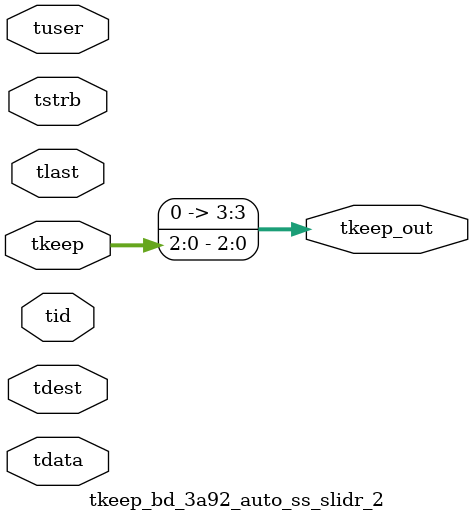
<source format=v>


`timescale 1ps/1ps

module tkeep_bd_3a92_auto_ss_slidr_2 #
(
parameter C_S_AXIS_TDATA_WIDTH = 32,
parameter C_S_AXIS_TUSER_WIDTH = 0,
parameter C_S_AXIS_TID_WIDTH   = 0,
parameter C_S_AXIS_TDEST_WIDTH = 0,
parameter C_M_AXIS_TDATA_WIDTH = 32
)
(
input  [(C_S_AXIS_TDATA_WIDTH == 0 ? 1 : C_S_AXIS_TDATA_WIDTH)-1:0     ] tdata,
input  [(C_S_AXIS_TUSER_WIDTH == 0 ? 1 : C_S_AXIS_TUSER_WIDTH)-1:0     ] tuser,
input  [(C_S_AXIS_TID_WIDTH   == 0 ? 1 : C_S_AXIS_TID_WIDTH)-1:0       ] tid,
input  [(C_S_AXIS_TDEST_WIDTH == 0 ? 1 : C_S_AXIS_TDEST_WIDTH)-1:0     ] tdest,
input  [(C_S_AXIS_TDATA_WIDTH/8)-1:0 ] tkeep,
input  [(C_S_AXIS_TDATA_WIDTH/8)-1:0 ] tstrb,
input                                                                    tlast,
output [(C_M_AXIS_TDATA_WIDTH/8)-1:0 ] tkeep_out
);

assign tkeep_out = {tkeep[2:0]};

endmodule


</source>
